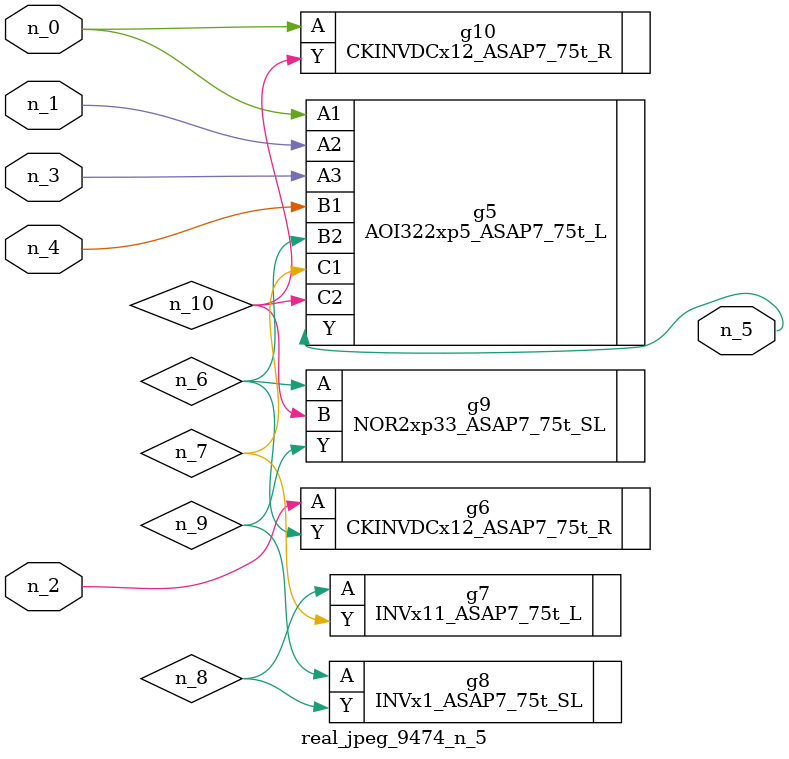
<source format=v>
module real_jpeg_9474_n_5 (n_4, n_0, n_1, n_2, n_3, n_5);

input n_4;
input n_0;
input n_1;
input n_2;
input n_3;

output n_5;

wire n_8;
wire n_6;
wire n_7;
wire n_10;
wire n_9;

AOI322xp5_ASAP7_75t_L g5 ( 
.A1(n_0),
.A2(n_1),
.A3(n_3),
.B1(n_4),
.B2(n_6),
.C1(n_7),
.C2(n_10),
.Y(n_5)
);

CKINVDCx12_ASAP7_75t_R g10 ( 
.A(n_0),
.Y(n_10)
);

CKINVDCx12_ASAP7_75t_R g6 ( 
.A(n_2),
.Y(n_6)
);

NOR2xp33_ASAP7_75t_SL g9 ( 
.A(n_6),
.B(n_10),
.Y(n_9)
);

INVx11_ASAP7_75t_L g7 ( 
.A(n_8),
.Y(n_7)
);

INVx1_ASAP7_75t_SL g8 ( 
.A(n_9),
.Y(n_8)
);


endmodule
</source>
